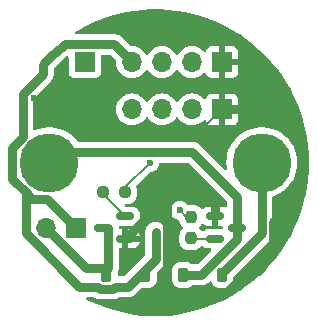
<source format=gbr>
%TF.GenerationSoftware,KiCad,Pcbnew,8.0.7*%
%TF.CreationDate,2024-12-12T10:30:31+01:00*%
%TF.ProjectId,pcb_actionneur_ventouse,7063625f-6163-4746-996f-6e6e6575725f,rev?*%
%TF.SameCoordinates,Original*%
%TF.FileFunction,Copper,L2,Bot*%
%TF.FilePolarity,Positive*%
%FSLAX46Y46*%
G04 Gerber Fmt 4.6, Leading zero omitted, Abs format (unit mm)*
G04 Created by KiCad (PCBNEW 8.0.7) date 2024-12-12 10:30:31*
%MOMM*%
%LPD*%
G01*
G04 APERTURE LIST*
G04 Aperture macros list*
%AMRoundRect*
0 Rectangle with rounded corners*
0 $1 Rounding radius*
0 $2 $3 $4 $5 $6 $7 $8 $9 X,Y pos of 4 corners*
0 Add a 4 corners polygon primitive as box body*
4,1,4,$2,$3,$4,$5,$6,$7,$8,$9,$2,$3,0*
0 Add four circle primitives for the rounded corners*
1,1,$1+$1,$2,$3*
1,1,$1+$1,$4,$5*
1,1,$1+$1,$6,$7*
1,1,$1+$1,$8,$9*
0 Add four rect primitives between the rounded corners*
20,1,$1+$1,$2,$3,$4,$5,0*
20,1,$1+$1,$4,$5,$6,$7,0*
20,1,$1+$1,$6,$7,$8,$9,0*
20,1,$1+$1,$8,$9,$2,$3,0*%
G04 Aperture macros list end*
%TA.AperFunction,SMDPad,CuDef*%
%ADD10RoundRect,0.225000X0.225000X0.375000X-0.225000X0.375000X-0.225000X-0.375000X0.225000X-0.375000X0*%
%TD*%
%TA.AperFunction,ComponentPad*%
%ADD11R,1.700000X1.700000*%
%TD*%
%TA.AperFunction,ComponentPad*%
%ADD12O,1.700000X1.700000*%
%TD*%
%TA.AperFunction,ComponentPad*%
%ADD13C,2.900000*%
%TD*%
%TA.AperFunction,ConnectorPad*%
%ADD14C,5.000000*%
%TD*%
%TA.AperFunction,SMDPad,CuDef*%
%ADD15RoundRect,0.237500X0.250000X0.237500X-0.250000X0.237500X-0.250000X-0.237500X0.250000X-0.237500X0*%
%TD*%
%TA.AperFunction,SMDPad,CuDef*%
%ADD16RoundRect,0.237500X-0.237500X0.250000X-0.237500X-0.250000X0.237500X-0.250000X0.237500X0.250000X0*%
%TD*%
%TA.AperFunction,SMDPad,CuDef*%
%ADD17RoundRect,0.150000X0.587500X0.150000X-0.587500X0.150000X-0.587500X-0.150000X0.587500X-0.150000X0*%
%TD*%
%TA.AperFunction,SMDPad,CuDef*%
%ADD18RoundRect,0.150000X-0.587500X-0.150000X0.587500X-0.150000X0.587500X0.150000X-0.587500X0.150000X0*%
%TD*%
%TA.AperFunction,ViaPad*%
%ADD19C,0.600000*%
%TD*%
%TA.AperFunction,Conductor*%
%ADD20C,0.750000*%
%TD*%
%TA.AperFunction,Conductor*%
%ADD21C,0.200000*%
%TD*%
G04 APERTURE END LIST*
D10*
%TO.P,D5,1,K*%
%TO.N,/Isense*%
X155650000Y-59500000D03*
%TO.P,D5,2,A*%
%TO.N,/VaccumPump-*%
X152350000Y-59500000D03*
%TD*%
%TO.P,D4,1,K*%
%TO.N,+5V*%
X149150000Y-59500000D03*
%TO.P,D4,2,A*%
%TO.N,/Ev-*%
X145850000Y-59500000D03*
%TD*%
D11*
%TO.P,J2,1,Pin_1*%
%TO.N,GND*%
X155620000Y-45500000D03*
D12*
%TO.P,J2,2,Pin_2*%
%TO.N,/Sda*%
X153080000Y-45500000D03*
%TO.P,J2,3,Pin_3*%
%TO.N,/Scl*%
X150540000Y-45500000D03*
%TO.P,J2,4,Pin_4*%
%TO.N,+5V*%
X148000000Y-45500000D03*
%TD*%
D11*
%TO.P,J10,1,Pin_1*%
%TO.N,/Udpi*%
X144000000Y-41500000D03*
%TD*%
%TO.P,J1,1,Pin_1*%
%TO.N,GND*%
X155620000Y-41500000D03*
D12*
%TO.P,J1,2,Pin_2*%
%TO.N,/Sda*%
X153080000Y-41500000D03*
%TO.P,J1,3,Pin_3*%
%TO.N,/Scl*%
X150540000Y-41500000D03*
%TO.P,J1,4,Pin_4*%
%TO.N,+5V*%
X148000000Y-41500000D03*
%TD*%
D13*
%TO.P,J4,1,Pin_1*%
%TO.N,/Isense*%
X159000000Y-50000000D03*
D14*
X159000000Y-50000000D03*
%TD*%
D13*
%TO.P,J5,1,Pin_1*%
%TO.N,/VaccumPump-*%
X141000000Y-50000000D03*
D14*
X141000000Y-50000000D03*
%TD*%
D15*
%TO.P,R5,2*%
%TO.N,Net-(Q2-G)*%
X145587500Y-52500000D03*
%TO.P,R5,1*%
%TO.N,/EVin*%
X147412500Y-52500000D03*
%TD*%
D16*
%TO.P,R4,1*%
%TO.N,/VacuumPumpIn*%
X153000000Y-54587500D03*
%TO.P,R4,2*%
%TO.N,Net-(Q1-G)*%
X153000000Y-56412500D03*
%TD*%
D17*
%TO.P,Q2,1,G*%
%TO.N,Net-(Q2-G)*%
X147437500Y-54550000D03*
%TO.P,Q2,2,S*%
%TO.N,GND*%
X147437500Y-56450000D03*
%TO.P,Q2,3,D*%
%TO.N,/Ev-*%
X145562500Y-55500000D03*
%TD*%
D18*
%TO.P,Q1,1,G*%
%TO.N,Net-(Q1-G)*%
X155062500Y-56450000D03*
%TO.P,Q1,2,S*%
%TO.N,GND*%
X155062500Y-54550000D03*
%TO.P,Q1,3,D*%
%TO.N,/VaccumPump-*%
X156937500Y-55500000D03*
%TD*%
D12*
%TO.P,J3,2,Pin_2*%
%TO.N,/Ev-*%
X140735000Y-55500000D03*
D11*
%TO.P,J3,1,Pin_1*%
%TO.N,+5V*%
X143275000Y-55500000D03*
%TD*%
D19*
%TO.N,GND*%
X139698881Y-44538556D03*
%TO.N,+5V*%
X150000000Y-55900000D03*
%TO.N,GND*%
X149500000Y-52000000D03*
%TO.N,/VacuumPumpIn*%
X152050000Y-54050000D03*
%TO.N,/EVin*%
X149500000Y-50000000D03*
%TD*%
D20*
%TO.N,+5V*%
X142303775Y-40000000D02*
X146500000Y-40000000D01*
X142168756Y-40100943D02*
X142303775Y-40000000D01*
X141135932Y-41014010D02*
X141639870Y-40543366D01*
X141639870Y-40543366D02*
X142168756Y-40100943D01*
X140658436Y-41511485D02*
X141135932Y-41014010D01*
X146500000Y-40000000D02*
X148000000Y-41500000D01*
X140500000Y-42500000D02*
X140500000Y-41695712D01*
X138785325Y-44214675D02*
X140500000Y-42500000D01*
X137849802Y-48801491D02*
X138785325Y-47865968D01*
X137849802Y-51349802D02*
X137849802Y-48801491D01*
X138785325Y-47865968D02*
X138785325Y-44214675D01*
X139000000Y-52500000D02*
X137849802Y-51349802D01*
X140500000Y-41695712D02*
X140658436Y-41511485D01*
D21*
%TO.N,/EVin*%
X147412500Y-52087500D02*
X149500000Y-50000000D01*
X147412500Y-52500000D02*
X147412500Y-52087500D01*
%TO.N,Net-(Q2-G)*%
X147437500Y-54550000D02*
X145587500Y-52700000D01*
X145587500Y-52700000D02*
X145587500Y-52500000D01*
D20*
%TO.N,GND*%
X150887500Y-53000000D02*
X147437500Y-56450000D01*
X150887500Y-52937500D02*
X150887500Y-53000000D01*
%TO.N,+5V*%
X139000000Y-56000000D02*
X139000000Y-52500000D01*
X143500000Y-60500000D02*
X139000000Y-56000000D01*
X145112394Y-60500000D02*
X143500000Y-60500000D01*
X146412606Y-60675000D02*
X145287394Y-60675000D01*
X146587606Y-60500000D02*
X146412606Y-60675000D01*
X150000000Y-58150000D02*
X147650000Y-60500000D01*
X145287394Y-60675000D02*
X145112394Y-60500000D01*
X150000000Y-55900000D02*
X150000000Y-58150000D01*
X147650000Y-60500000D02*
X146587606Y-60500000D01*
%TO.N,/Ev-*%
X144135000Y-58900000D02*
X140735000Y-55500000D01*
X146000000Y-58900000D02*
X144135000Y-58900000D01*
X146000000Y-55500000D02*
X146000000Y-58900000D01*
%TO.N,GND*%
X154000000Y-52000000D02*
X155062500Y-53062500D01*
X155062500Y-53062500D02*
X155062500Y-54550000D01*
X151825000Y-52000000D02*
X154000000Y-52000000D01*
X150887500Y-52937500D02*
X151825000Y-52000000D01*
D21*
%TO.N,/VacuumPumpIn*%
X152587500Y-54587500D02*
X152050000Y-54050000D01*
X153000000Y-54587500D02*
X152587500Y-54587500D01*
%TO.N,Net-(Q1-G)*%
X153037500Y-56450000D02*
X153000000Y-56412500D01*
X155062500Y-56450000D02*
X153037500Y-56450000D01*
%TO.N,/VacuumPumpIn*%
X153000000Y-54587500D02*
X153303052Y-54890552D01*
D20*
%TO.N,/VaccumPump-*%
X141875000Y-49125000D02*
X141000000Y-50000000D01*
X153125000Y-49125000D02*
X141875000Y-49125000D01*
X156937500Y-56452230D02*
X156937500Y-52937500D01*
X153889730Y-59500000D02*
X156937500Y-56452230D01*
X152350000Y-59500000D02*
X153889730Y-59500000D01*
X156937500Y-52937500D02*
X153125000Y-49125000D01*
%TO.N,/Isense*%
X155650000Y-59350000D02*
X159000000Y-56000000D01*
X159000000Y-56000000D02*
X159000000Y-50000000D01*
X155650000Y-59500000D02*
X155650000Y-59350000D01*
%TO.N,GND*%
X151000000Y-53050000D02*
X150887500Y-52937500D01*
X151000000Y-60500000D02*
X151000000Y-53050000D01*
X155955144Y-61044856D02*
X151544856Y-61044856D01*
X151544856Y-61044856D02*
X151000000Y-60500000D01*
X159950000Y-55049999D02*
X159950000Y-57050000D01*
X162336019Y-52663980D02*
X159950000Y-55049999D01*
X162336019Y-48412605D02*
X162336019Y-52663980D01*
X159423414Y-45500000D02*
X162336019Y-48412605D01*
X155620000Y-45500000D02*
X159423414Y-45500000D01*
X159950000Y-57050000D02*
X155955144Y-61044856D01*
%TO.N,+5V*%
X139575000Y-53075000D02*
X139000000Y-52500000D01*
X140850000Y-53075000D02*
X139575000Y-53075000D01*
X143275000Y-55500000D02*
X140850000Y-53075000D01*
D21*
%TO.N,GND*%
X149500000Y-54325000D02*
X149412500Y-54412500D01*
X149500000Y-52000000D02*
X149500000Y-54325000D01*
X146000000Y-47500000D02*
X153620000Y-47500000D01*
X143038556Y-44538556D02*
X146000000Y-47500000D01*
X139698881Y-44538556D02*
X143038556Y-44538556D01*
X153620000Y-47500000D02*
X155620000Y-45500000D01*
%TO.N,/Scl*%
X151087500Y-45000000D02*
X151000000Y-45000000D01*
%TO.N,/VacuumPumpIn*%
X152050000Y-54050000D02*
X152100000Y-54000000D01*
%TD*%
%TA.AperFunction,Conductor*%
%TO.N,GND*%
G36*
X150361600Y-37005623D02*
G01*
X151070102Y-37044713D01*
X151076887Y-37045276D01*
X151782143Y-37123333D01*
X151788863Y-37124264D01*
X152488794Y-37241062D01*
X152495456Y-37242363D01*
X153187875Y-37397538D01*
X153194467Y-37399208D01*
X153877263Y-37592284D01*
X153883769Y-37594319D01*
X154554883Y-37824713D01*
X154561277Y-37827107D01*
X155218680Y-38094121D01*
X155224923Y-38096860D01*
X155866609Y-38399678D01*
X155872700Y-38402760D01*
X156496755Y-38740482D01*
X156502672Y-38743899D01*
X157107144Y-39115466D01*
X157112865Y-39119204D01*
X157695942Y-39523502D01*
X157701448Y-39527548D01*
X158261401Y-39963375D01*
X158266670Y-39967715D01*
X158801749Y-40433716D01*
X158806755Y-40438324D01*
X158975182Y-40602172D01*
X159315362Y-40933105D01*
X159320127Y-40938003D01*
X159800691Y-41460034D01*
X159805179Y-41465187D01*
X160256263Y-42012909D01*
X160260460Y-42018302D01*
X160680676Y-42590026D01*
X160684570Y-42595641D01*
X161072676Y-43189683D01*
X161076236Y-43195475D01*
X161431005Y-43809954D01*
X161434258Y-43815964D01*
X161754650Y-44449076D01*
X161757566Y-44455256D01*
X162042589Y-45105042D01*
X162045160Y-45111373D01*
X162293951Y-45775864D01*
X162296170Y-45782327D01*
X162494424Y-46416181D01*
X162507980Y-46459520D01*
X162509840Y-46466096D01*
X162684027Y-47153947D01*
X162685521Y-47160615D01*
X162821547Y-47856993D01*
X162822672Y-47863733D01*
X162920134Y-48566575D01*
X162920885Y-48573367D01*
X162979476Y-49280470D01*
X162979853Y-49287293D01*
X162999405Y-49996583D01*
X162999405Y-50003417D01*
X162979853Y-50712706D01*
X162979476Y-50719529D01*
X162920885Y-51426632D01*
X162920134Y-51433424D01*
X162822672Y-52136266D01*
X162821547Y-52143006D01*
X162685521Y-52839384D01*
X162684027Y-52846052D01*
X162509840Y-53533903D01*
X162507980Y-53540479D01*
X162296170Y-54217672D01*
X162293951Y-54224135D01*
X162045160Y-54888626D01*
X162042589Y-54894957D01*
X161757566Y-55544743D01*
X161754650Y-55550923D01*
X161434258Y-56184035D01*
X161431005Y-56190045D01*
X161076236Y-56804524D01*
X161072666Y-56810332D01*
X160964092Y-56976518D01*
X160684570Y-57404358D01*
X160680676Y-57409973D01*
X160260460Y-57981697D01*
X160256263Y-57987090D01*
X159805179Y-58534812D01*
X159800691Y-58539965D01*
X159320127Y-59061996D01*
X159315362Y-59066894D01*
X158806766Y-59561665D01*
X158801738Y-59566293D01*
X158266676Y-60032279D01*
X158261401Y-60036624D01*
X157701448Y-60472451D01*
X157695942Y-60476497D01*
X157112865Y-60880795D01*
X157107144Y-60884533D01*
X156502672Y-61256100D01*
X156496755Y-61259517D01*
X155872700Y-61597239D01*
X155866602Y-61600324D01*
X155224930Y-61903136D01*
X155218672Y-61905881D01*
X154561282Y-62172890D01*
X154554883Y-62175286D01*
X153883777Y-62405677D01*
X153877255Y-62407717D01*
X153194483Y-62600787D01*
X153187858Y-62602465D01*
X152495478Y-62757631D01*
X152488772Y-62758941D01*
X151788888Y-62875731D01*
X151782119Y-62876669D01*
X151076899Y-62954722D01*
X151070089Y-62955287D01*
X150361601Y-62994376D01*
X150354770Y-62994564D01*
X149645230Y-62994564D01*
X149638399Y-62994376D01*
X148929910Y-62955287D01*
X148923100Y-62954722D01*
X148217880Y-62876669D01*
X148211111Y-62875731D01*
X147511227Y-62758941D01*
X147504521Y-62757631D01*
X146812141Y-62602465D01*
X146805516Y-62600787D01*
X146122744Y-62407717D01*
X146116222Y-62405677D01*
X145445116Y-62175286D01*
X145438717Y-62172890D01*
X144781327Y-61905881D01*
X144775069Y-61903136D01*
X144157375Y-61611640D01*
X144105148Y-61565228D01*
X144086305Y-61497947D01*
X144106827Y-61431159D01*
X144160200Y-61386069D01*
X144210295Y-61375500D01*
X144722293Y-61375500D01*
X144789332Y-61395185D01*
X144791184Y-61396398D01*
X144872689Y-61450858D01*
X144872691Y-61450859D01*
X144872695Y-61450861D01*
X144986372Y-61497947D01*
X145032020Y-61516855D01*
X145201160Y-61550499D01*
X145201163Y-61550500D01*
X145201165Y-61550500D01*
X146498837Y-61550500D01*
X146498838Y-61550499D01*
X146667980Y-61516855D01*
X146827311Y-61450858D01*
X146908816Y-61396398D01*
X146975493Y-61375520D01*
X146977707Y-61375500D01*
X147736231Y-61375500D01*
X147736232Y-61375499D01*
X147905374Y-61341855D01*
X148064705Y-61275858D01*
X148208099Y-61180045D01*
X148754230Y-60633912D01*
X148815551Y-60600429D01*
X148854515Y-60598238D01*
X148876655Y-60600500D01*
X149423344Y-60600499D01*
X149423352Y-60600498D01*
X149423355Y-60600498D01*
X149477760Y-60594940D01*
X149522708Y-60590349D01*
X149683697Y-60537003D01*
X149828044Y-60447968D01*
X149947968Y-60328044D01*
X150037003Y-60183697D01*
X150090349Y-60022708D01*
X150100500Y-59923345D01*
X150100499Y-59339005D01*
X150120183Y-59271967D01*
X150136818Y-59251325D01*
X150401911Y-58986233D01*
X150680045Y-58708099D01*
X150775858Y-58564705D01*
X150841855Y-58405374D01*
X150875500Y-58236229D01*
X150875500Y-58063771D01*
X150875500Y-55813771D01*
X150875500Y-55813768D01*
X150875499Y-55813766D01*
X150841855Y-55644626D01*
X150792719Y-55526000D01*
X150775861Y-55485301D01*
X150775854Y-55485288D01*
X150680045Y-55341901D01*
X150680042Y-55341897D01*
X150558102Y-55219957D01*
X150558098Y-55219954D01*
X150414711Y-55124145D01*
X150414698Y-55124138D01*
X150255378Y-55058146D01*
X150255366Y-55058143D01*
X150086232Y-55024500D01*
X150086229Y-55024500D01*
X149913771Y-55024500D01*
X149913768Y-55024500D01*
X149744633Y-55058143D01*
X149744621Y-55058146D01*
X149585301Y-55124138D01*
X149585288Y-55124145D01*
X149441901Y-55219954D01*
X149441897Y-55219957D01*
X149319957Y-55341897D01*
X149319954Y-55341901D01*
X149224145Y-55485288D01*
X149224138Y-55485301D01*
X149158146Y-55644621D01*
X149158143Y-55644633D01*
X149124500Y-55813766D01*
X149124500Y-57735994D01*
X149104815Y-57803033D01*
X149088181Y-57823675D01*
X147323675Y-59588181D01*
X147262352Y-59621666D01*
X147235994Y-59624500D01*
X146924500Y-59624500D01*
X146857461Y-59604815D01*
X146811706Y-59552011D01*
X146800500Y-59500501D01*
X146800499Y-59279881D01*
X146809938Y-59232427D01*
X146841855Y-59155374D01*
X146875500Y-58986229D01*
X146875500Y-57374000D01*
X146895185Y-57306961D01*
X146947989Y-57261206D01*
X146999500Y-57250000D01*
X147187500Y-57250000D01*
X147687500Y-57250000D01*
X148090634Y-57250000D01*
X148090649Y-57249999D01*
X148127489Y-57247100D01*
X148127495Y-57247099D01*
X148285193Y-57201283D01*
X148285196Y-57201282D01*
X148426556Y-57117683D01*
X148542678Y-57001561D01*
X148542685Y-57001552D01*
X148626281Y-56860198D01*
X148672100Y-56702486D01*
X148672295Y-56700001D01*
X148672295Y-56700000D01*
X147687500Y-56700000D01*
X147687500Y-57250000D01*
X147187500Y-57250000D01*
X147187500Y-56200000D01*
X147687500Y-56200000D01*
X148672295Y-56200000D01*
X148672295Y-56199998D01*
X148672100Y-56197513D01*
X148626281Y-56039801D01*
X148542685Y-55898447D01*
X148542678Y-55898438D01*
X148426561Y-55782321D01*
X148426552Y-55782314D01*
X148285196Y-55698717D01*
X148285193Y-55698716D01*
X148127495Y-55652900D01*
X148127489Y-55652899D01*
X148090649Y-55650000D01*
X147687500Y-55650000D01*
X147687500Y-56200000D01*
X147187500Y-56200000D01*
X147187500Y-55650000D01*
X146999500Y-55650000D01*
X146932461Y-55630315D01*
X146886706Y-55577511D01*
X146875500Y-55526000D01*
X146875500Y-55474500D01*
X146895185Y-55407461D01*
X146947989Y-55361706D01*
X146999500Y-55350500D01*
X148090686Y-55350500D01*
X148090694Y-55350500D01*
X148127569Y-55347598D01*
X148127571Y-55347597D01*
X148127573Y-55347597D01*
X148169191Y-55335505D01*
X148285398Y-55301744D01*
X148426865Y-55218081D01*
X148543081Y-55101865D01*
X148626744Y-54960398D01*
X148663069Y-54835367D01*
X148672597Y-54802573D01*
X148672598Y-54802567D01*
X148672754Y-54800581D01*
X148675500Y-54765694D01*
X148675500Y-54334306D01*
X148672598Y-54297431D01*
X148672595Y-54297421D01*
X148626745Y-54139606D01*
X148626744Y-54139603D01*
X148626744Y-54139602D01*
X148543081Y-53998135D01*
X148543079Y-53998133D01*
X148543076Y-53998129D01*
X148426870Y-53881923D01*
X148426862Y-53881917D01*
X148348681Y-53835681D01*
X148285398Y-53798256D01*
X148285397Y-53798255D01*
X148285396Y-53798255D01*
X148285393Y-53798254D01*
X148127573Y-53752402D01*
X148127567Y-53752401D01*
X148090701Y-53749500D01*
X148090694Y-53749500D01*
X147537597Y-53749500D01*
X147470558Y-53729815D01*
X147449916Y-53713181D01*
X147423915Y-53687180D01*
X147390430Y-53625857D01*
X147395414Y-53556165D01*
X147437286Y-53500232D01*
X147502750Y-53475815D01*
X147511596Y-53475499D01*
X147711670Y-53475499D01*
X147711676Y-53475499D01*
X147812753Y-53465174D01*
X147976516Y-53410908D01*
X148123350Y-53320340D01*
X148245340Y-53198350D01*
X148335908Y-53051516D01*
X148390174Y-52887753D01*
X148400500Y-52786677D01*
X148400499Y-52213324D01*
X148398196Y-52190782D01*
X148390174Y-52112247D01*
X148390172Y-52112241D01*
X148376105Y-52069787D01*
X148373703Y-51999959D01*
X148406128Y-51943105D01*
X149518535Y-50830698D01*
X149579856Y-50797215D01*
X149592311Y-50795163D01*
X149679255Y-50785368D01*
X149849522Y-50725789D01*
X150002262Y-50629816D01*
X150129816Y-50502262D01*
X150225789Y-50349522D01*
X150285368Y-50179255D01*
X150293102Y-50110617D01*
X150320168Y-50046203D01*
X150377763Y-50006648D01*
X150416322Y-50000500D01*
X152710994Y-50000500D01*
X152778033Y-50020185D01*
X152798675Y-50036819D01*
X156025681Y-53263825D01*
X156059166Y-53325148D01*
X156062000Y-53351506D01*
X156062000Y-53677667D01*
X156042315Y-53744706D01*
X155989511Y-53790461D01*
X155920353Y-53800405D01*
X155903406Y-53796744D01*
X155752489Y-53752899D01*
X155715649Y-53750000D01*
X155312500Y-53750000D01*
X155312500Y-55350000D01*
X155575500Y-55350000D01*
X155642539Y-55369685D01*
X155688294Y-55422489D01*
X155699500Y-55474000D01*
X155699500Y-55525500D01*
X155679815Y-55592539D01*
X155627011Y-55638294D01*
X155575500Y-55649500D01*
X154409298Y-55649500D01*
X154372432Y-55652401D01*
X154372426Y-55652402D01*
X154214606Y-55698254D01*
X154214603Y-55698255D01*
X154073137Y-55781917D01*
X154073127Y-55781924D01*
X154058291Y-55796761D01*
X153996967Y-55830245D01*
X153927276Y-55825259D01*
X153871343Y-55783386D01*
X153865081Y-55774187D01*
X153820340Y-55701650D01*
X153706371Y-55587681D01*
X153672886Y-55526358D01*
X153677870Y-55456666D01*
X153706371Y-55412319D01*
X153756984Y-55361706D01*
X153820340Y-55298350D01*
X153865343Y-55225387D01*
X153917291Y-55178663D01*
X153986253Y-55167440D01*
X154050336Y-55195283D01*
X154058563Y-55202803D01*
X154073438Y-55217678D01*
X154073447Y-55217685D01*
X154214803Y-55301282D01*
X154214806Y-55301283D01*
X154372504Y-55347099D01*
X154372510Y-55347100D01*
X154409350Y-55349999D01*
X154409366Y-55350000D01*
X154812500Y-55350000D01*
X154812500Y-53750000D01*
X154409350Y-53750000D01*
X154372510Y-53752899D01*
X154372504Y-53752900D01*
X154214806Y-53798716D01*
X154214803Y-53798717D01*
X154073447Y-53882314D01*
X154073438Y-53882321D01*
X154029951Y-53925809D01*
X153968628Y-53959294D01*
X153898936Y-53954310D01*
X153843003Y-53912438D01*
X153836737Y-53903234D01*
X153820340Y-53876650D01*
X153698350Y-53754660D01*
X153551516Y-53664092D01*
X153387753Y-53609826D01*
X153387751Y-53609825D01*
X153286684Y-53599500D01*
X152780810Y-53599500D01*
X152713771Y-53579815D01*
X152683865Y-53552815D01*
X152679816Y-53547738D01*
X152552262Y-53420184D01*
X152399523Y-53324211D01*
X152229254Y-53264631D01*
X152229249Y-53264630D01*
X152050004Y-53244435D01*
X152049996Y-53244435D01*
X151870750Y-53264630D01*
X151870745Y-53264631D01*
X151700476Y-53324211D01*
X151547737Y-53420184D01*
X151420184Y-53547737D01*
X151324211Y-53700476D01*
X151264631Y-53870745D01*
X151264630Y-53870750D01*
X151244435Y-54049996D01*
X151244435Y-54050003D01*
X151264630Y-54229249D01*
X151264631Y-54229254D01*
X151324211Y-54399523D01*
X151329330Y-54407669D01*
X151420184Y-54552262D01*
X151547738Y-54679816D01*
X151700478Y-54775789D01*
X151870745Y-54835368D01*
X151921670Y-54841105D01*
X151986082Y-54868169D01*
X152025639Y-54925763D01*
X152031145Y-54951722D01*
X152034826Y-54987753D01*
X152089092Y-55151516D01*
X152179659Y-55298349D01*
X152179661Y-55298351D01*
X152293629Y-55412319D01*
X152327114Y-55473642D01*
X152322130Y-55543334D01*
X152293629Y-55587681D01*
X152179661Y-55701648D01*
X152089093Y-55848481D01*
X152089092Y-55848484D01*
X152034826Y-56012247D01*
X152034826Y-56012248D01*
X152034825Y-56012248D01*
X152024500Y-56113315D01*
X152024500Y-56711669D01*
X152024501Y-56711687D01*
X152034825Y-56812752D01*
X152071109Y-56922249D01*
X152089092Y-56976516D01*
X152179660Y-57123350D01*
X152301650Y-57245340D01*
X152448484Y-57335908D01*
X152612247Y-57390174D01*
X152713323Y-57400500D01*
X153286676Y-57400499D01*
X153286684Y-57400498D01*
X153286687Y-57400498D01*
X153368438Y-57392147D01*
X153387753Y-57390174D01*
X153551516Y-57335908D01*
X153698350Y-57245340D01*
X153820340Y-57123350D01*
X153828942Y-57109404D01*
X153880890Y-57062679D01*
X153934481Y-57050500D01*
X153954192Y-57050500D01*
X154021231Y-57070185D01*
X154041874Y-57086820D01*
X154073129Y-57118076D01*
X154073133Y-57118079D01*
X154073135Y-57118081D01*
X154214602Y-57201744D01*
X154256224Y-57213836D01*
X154372426Y-57247597D01*
X154372429Y-57247597D01*
X154372431Y-57247598D01*
X154409306Y-57250500D01*
X154601724Y-57250500D01*
X154668763Y-57270185D01*
X154714518Y-57322989D01*
X154724462Y-57392147D01*
X154695437Y-57455703D01*
X154689405Y-57462181D01*
X153563405Y-58588181D01*
X153502082Y-58621666D01*
X153475724Y-58624500D01*
X153151874Y-58624500D01*
X153084835Y-58604815D01*
X153064193Y-58588181D01*
X153028044Y-58552032D01*
X153028040Y-58552029D01*
X152883705Y-58463001D01*
X152883699Y-58462998D01*
X152883697Y-58462997D01*
X152883694Y-58462996D01*
X152722709Y-58409651D01*
X152623346Y-58399500D01*
X152076662Y-58399500D01*
X152076644Y-58399501D01*
X151977292Y-58409650D01*
X151977289Y-58409651D01*
X151816305Y-58462996D01*
X151816294Y-58463001D01*
X151671959Y-58552029D01*
X151671955Y-58552032D01*
X151552032Y-58671955D01*
X151552029Y-58671959D01*
X151463001Y-58816294D01*
X151462996Y-58816305D01*
X151409651Y-58977290D01*
X151399500Y-59076647D01*
X151399500Y-59923337D01*
X151399501Y-59923355D01*
X151409650Y-60022707D01*
X151409651Y-60022710D01*
X151462996Y-60183694D01*
X151463001Y-60183705D01*
X151552029Y-60328040D01*
X151552032Y-60328044D01*
X151671955Y-60447967D01*
X151671959Y-60447970D01*
X151816294Y-60536998D01*
X151816297Y-60536999D01*
X151816303Y-60537003D01*
X151977292Y-60590349D01*
X152076655Y-60600500D01*
X152623344Y-60600499D01*
X152623352Y-60600498D01*
X152623355Y-60600498D01*
X152677760Y-60594940D01*
X152722708Y-60590349D01*
X152883697Y-60537003D01*
X153028044Y-60447968D01*
X153064193Y-60411819D01*
X153125516Y-60378334D01*
X153151874Y-60375500D01*
X153975961Y-60375500D01*
X153975962Y-60375499D01*
X154145104Y-60341855D01*
X154304435Y-60275858D01*
X154447829Y-60180045D01*
X154541493Y-60086380D01*
X154602815Y-60052896D01*
X154672507Y-60057880D01*
X154728441Y-60099751D01*
X154746880Y-60135058D01*
X154762996Y-60183694D01*
X154763001Y-60183705D01*
X154852029Y-60328040D01*
X154852032Y-60328044D01*
X154971955Y-60447967D01*
X154971959Y-60447970D01*
X155116294Y-60536998D01*
X155116297Y-60536999D01*
X155116303Y-60537003D01*
X155277292Y-60590349D01*
X155376655Y-60600500D01*
X155923344Y-60600499D01*
X155923352Y-60600498D01*
X155923355Y-60600498D01*
X155977760Y-60594940D01*
X156022708Y-60590349D01*
X156183697Y-60537003D01*
X156328044Y-60447968D01*
X156447968Y-60328044D01*
X156537003Y-60183697D01*
X156590349Y-60022708D01*
X156600500Y-59923345D01*
X156600499Y-59689005D01*
X156620183Y-59621966D01*
X156636813Y-59601329D01*
X159680045Y-56558099D01*
X159775858Y-56414705D01*
X159841855Y-56255374D01*
X159875500Y-56086229D01*
X159875500Y-55913771D01*
X159875500Y-52961234D01*
X159895185Y-52894195D01*
X159947989Y-52848440D01*
X159957070Y-52844719D01*
X160190451Y-52759777D01*
X160502793Y-52602913D01*
X160794811Y-52410849D01*
X161062558Y-52186183D01*
X161302412Y-51931953D01*
X161511130Y-51651596D01*
X161685889Y-51348904D01*
X161824326Y-51027971D01*
X161924569Y-50693136D01*
X161985262Y-50348927D01*
X162005585Y-50000000D01*
X161985262Y-49651073D01*
X161985260Y-49651061D01*
X161924571Y-49306872D01*
X161924569Y-49306865D01*
X161824325Y-48972027D01*
X161685892Y-48651104D01*
X161685889Y-48651096D01*
X161511130Y-48348404D01*
X161511129Y-48348402D01*
X161302415Y-48068050D01*
X161302410Y-48068044D01*
X161109650Y-47863732D01*
X161062558Y-47813817D01*
X160914488Y-47689572D01*
X160794813Y-47589152D01*
X160794805Y-47589146D01*
X160502796Y-47397088D01*
X160190458Y-47240226D01*
X160190452Y-47240223D01*
X159862012Y-47120681D01*
X159862009Y-47120680D01*
X159521915Y-47040077D01*
X159478519Y-47035004D01*
X159174759Y-46999500D01*
X158825241Y-46999500D01*
X158521480Y-47035004D01*
X158478085Y-47040077D01*
X158478083Y-47040077D01*
X158137990Y-47120680D01*
X158137987Y-47120681D01*
X157809547Y-47240223D01*
X157809541Y-47240226D01*
X157497203Y-47397088D01*
X157205194Y-47589146D01*
X157205186Y-47589152D01*
X156937442Y-47813817D01*
X156937440Y-47813819D01*
X156697589Y-48068044D01*
X156697584Y-48068050D01*
X156488870Y-48348402D01*
X156314113Y-48651091D01*
X156314107Y-48651104D01*
X156175674Y-48972027D01*
X156075430Y-49306865D01*
X156075428Y-49306872D01*
X156014739Y-49651061D01*
X156014738Y-49651072D01*
X155994415Y-49999996D01*
X155994415Y-50000003D01*
X156014738Y-50348927D01*
X156014739Y-50348938D01*
X156037997Y-50480843D01*
X156030253Y-50550282D01*
X155986196Y-50604511D01*
X155919815Y-50626313D01*
X155852184Y-50608765D01*
X155828200Y-50590056D01*
X153683102Y-48444957D01*
X153683098Y-48444954D01*
X153539711Y-48349145D01*
X153539698Y-48349138D01*
X153380378Y-48283146D01*
X153380366Y-48283143D01*
X153211232Y-48249500D01*
X153211229Y-48249500D01*
X143499774Y-48249500D01*
X143432735Y-48229815D01*
X143400311Y-48199547D01*
X143302421Y-48068058D01*
X143302410Y-48068044D01*
X143109650Y-47863732D01*
X143062558Y-47813817D01*
X142914488Y-47689572D01*
X142794813Y-47589152D01*
X142794805Y-47589146D01*
X142502796Y-47397088D01*
X142190458Y-47240226D01*
X142190452Y-47240223D01*
X141862012Y-47120681D01*
X141862009Y-47120680D01*
X141521915Y-47040077D01*
X141478519Y-47035004D01*
X141174759Y-46999500D01*
X140825241Y-46999500D01*
X140521480Y-47035004D01*
X140478085Y-47040077D01*
X140478083Y-47040077D01*
X140137990Y-47120680D01*
X140137987Y-47120681D01*
X139827235Y-47233785D01*
X139757506Y-47238216D01*
X139696451Y-47204246D01*
X139663453Y-47142659D01*
X139660825Y-47117263D01*
X139660825Y-45499999D01*
X146644341Y-45499999D01*
X146644341Y-45500000D01*
X146664936Y-45735403D01*
X146664938Y-45735413D01*
X146726094Y-45963655D01*
X146726096Y-45963659D01*
X146726097Y-45963663D01*
X146806004Y-46135023D01*
X146825965Y-46177830D01*
X146825967Y-46177834D01*
X146922101Y-46315127D01*
X146961505Y-46371401D01*
X147128599Y-46538495D01*
X147205135Y-46592086D01*
X147322165Y-46674032D01*
X147322167Y-46674033D01*
X147322170Y-46674035D01*
X147536337Y-46773903D01*
X147764592Y-46835063D01*
X147935319Y-46850000D01*
X147999999Y-46855659D01*
X148000000Y-46855659D01*
X148000001Y-46855659D01*
X148064681Y-46850000D01*
X148235408Y-46835063D01*
X148463663Y-46773903D01*
X148677830Y-46674035D01*
X148871401Y-46538495D01*
X149038495Y-46371401D01*
X149168425Y-46185842D01*
X149223002Y-46142217D01*
X149292500Y-46135023D01*
X149354855Y-46166546D01*
X149371575Y-46185842D01*
X149501500Y-46371395D01*
X149501505Y-46371401D01*
X149668599Y-46538495D01*
X149745135Y-46592086D01*
X149862165Y-46674032D01*
X149862167Y-46674033D01*
X149862170Y-46674035D01*
X150076337Y-46773903D01*
X150304592Y-46835063D01*
X150475319Y-46850000D01*
X150539999Y-46855659D01*
X150540000Y-46855659D01*
X150540001Y-46855659D01*
X150604681Y-46850000D01*
X150775408Y-46835063D01*
X151003663Y-46773903D01*
X151217830Y-46674035D01*
X151411401Y-46538495D01*
X151578495Y-46371401D01*
X151708425Y-46185842D01*
X151763002Y-46142217D01*
X151832500Y-46135023D01*
X151894855Y-46166546D01*
X151911575Y-46185842D01*
X152041500Y-46371395D01*
X152041505Y-46371401D01*
X152208599Y-46538495D01*
X152285135Y-46592086D01*
X152402165Y-46674032D01*
X152402167Y-46674033D01*
X152402170Y-46674035D01*
X152616337Y-46773903D01*
X152844592Y-46835063D01*
X153015319Y-46850000D01*
X153079999Y-46855659D01*
X153080000Y-46855659D01*
X153080001Y-46855659D01*
X153144681Y-46850000D01*
X153315408Y-46835063D01*
X153543663Y-46773903D01*
X153757830Y-46674035D01*
X153951401Y-46538495D01*
X154073717Y-46416178D01*
X154135036Y-46382696D01*
X154204728Y-46387680D01*
X154260662Y-46429551D01*
X154277577Y-46460528D01*
X154326646Y-46592088D01*
X154326649Y-46592093D01*
X154412809Y-46707187D01*
X154412812Y-46707190D01*
X154527906Y-46793350D01*
X154527913Y-46793354D01*
X154662620Y-46843596D01*
X154662627Y-46843598D01*
X154722155Y-46849999D01*
X154722172Y-46850000D01*
X155370000Y-46850000D01*
X155370000Y-45933012D01*
X155427007Y-45965925D01*
X155554174Y-46000000D01*
X155685826Y-46000000D01*
X155812993Y-45965925D01*
X155870000Y-45933012D01*
X155870000Y-46850000D01*
X156517828Y-46850000D01*
X156517844Y-46849999D01*
X156577372Y-46843598D01*
X156577379Y-46843596D01*
X156712086Y-46793354D01*
X156712093Y-46793350D01*
X156827187Y-46707190D01*
X156827190Y-46707187D01*
X156913350Y-46592093D01*
X156913354Y-46592086D01*
X156963596Y-46457379D01*
X156963598Y-46457372D01*
X156969999Y-46397844D01*
X156970000Y-46397827D01*
X156970000Y-45750000D01*
X156053012Y-45750000D01*
X156085925Y-45692993D01*
X156120000Y-45565826D01*
X156120000Y-45434174D01*
X156085925Y-45307007D01*
X156053012Y-45250000D01*
X156970000Y-45250000D01*
X156970000Y-44602172D01*
X156969999Y-44602155D01*
X156963598Y-44542627D01*
X156963596Y-44542620D01*
X156913354Y-44407913D01*
X156913350Y-44407906D01*
X156827190Y-44292812D01*
X156827187Y-44292809D01*
X156712093Y-44206649D01*
X156712086Y-44206645D01*
X156577379Y-44156403D01*
X156577372Y-44156401D01*
X156517844Y-44150000D01*
X155870000Y-44150000D01*
X155870000Y-45066988D01*
X155812993Y-45034075D01*
X155685826Y-45000000D01*
X155554174Y-45000000D01*
X155427007Y-45034075D01*
X155370000Y-45066988D01*
X155370000Y-44150000D01*
X154722155Y-44150000D01*
X154662627Y-44156401D01*
X154662620Y-44156403D01*
X154527913Y-44206645D01*
X154527906Y-44206649D01*
X154412812Y-44292809D01*
X154412809Y-44292812D01*
X154326649Y-44407906D01*
X154326645Y-44407913D01*
X154277578Y-44539470D01*
X154235707Y-44595404D01*
X154170242Y-44619821D01*
X154101969Y-44604969D01*
X154073715Y-44583819D01*
X154029366Y-44539470D01*
X153951401Y-44461505D01*
X153951397Y-44461502D01*
X153951396Y-44461501D01*
X153757834Y-44325967D01*
X153757830Y-44325965D01*
X153686727Y-44292809D01*
X153543663Y-44226097D01*
X153543659Y-44226096D01*
X153543655Y-44226094D01*
X153315413Y-44164938D01*
X153315403Y-44164936D01*
X153080001Y-44144341D01*
X153079999Y-44144341D01*
X152844596Y-44164936D01*
X152844586Y-44164938D01*
X152616344Y-44226094D01*
X152616335Y-44226098D01*
X152402171Y-44325964D01*
X152402169Y-44325965D01*
X152208597Y-44461505D01*
X152041505Y-44628597D01*
X151911575Y-44814158D01*
X151856998Y-44857783D01*
X151787500Y-44864977D01*
X151725145Y-44833454D01*
X151708425Y-44814158D01*
X151578494Y-44628597D01*
X151411402Y-44461506D01*
X151411395Y-44461501D01*
X151402476Y-44455256D01*
X151334854Y-44407906D01*
X151217834Y-44325967D01*
X151217830Y-44325965D01*
X151146727Y-44292809D01*
X151003663Y-44226097D01*
X151003659Y-44226096D01*
X151003655Y-44226094D01*
X150775413Y-44164938D01*
X150775403Y-44164936D01*
X150540001Y-44144341D01*
X150539999Y-44144341D01*
X150304596Y-44164936D01*
X150304586Y-44164938D01*
X150076344Y-44226094D01*
X150076335Y-44226098D01*
X149862171Y-44325964D01*
X149862169Y-44325965D01*
X149668597Y-44461505D01*
X149501505Y-44628597D01*
X149371575Y-44814158D01*
X149316998Y-44857783D01*
X149247500Y-44864977D01*
X149185145Y-44833454D01*
X149168425Y-44814158D01*
X149038494Y-44628597D01*
X148871402Y-44461506D01*
X148871395Y-44461501D01*
X148862476Y-44455256D01*
X148794854Y-44407906D01*
X148677834Y-44325967D01*
X148677830Y-44325965D01*
X148606727Y-44292809D01*
X148463663Y-44226097D01*
X148463659Y-44226096D01*
X148463655Y-44226094D01*
X148235413Y-44164938D01*
X148235403Y-44164936D01*
X148000001Y-44144341D01*
X147999999Y-44144341D01*
X147764596Y-44164936D01*
X147764586Y-44164938D01*
X147536344Y-44226094D01*
X147536335Y-44226098D01*
X147322171Y-44325964D01*
X147322169Y-44325965D01*
X147128597Y-44461505D01*
X146961505Y-44628597D01*
X146825965Y-44822169D01*
X146825964Y-44822171D01*
X146726098Y-45036335D01*
X146726094Y-45036344D01*
X146664938Y-45264586D01*
X146664936Y-45264596D01*
X146644341Y-45499999D01*
X139660825Y-45499999D01*
X139660825Y-44628681D01*
X139680510Y-44561642D01*
X139697144Y-44541000D01*
X141180042Y-43058102D01*
X141180045Y-43058099D01*
X141275858Y-42914705D01*
X141286131Y-42889905D01*
X141300316Y-42855659D01*
X141341855Y-42755374D01*
X141375500Y-42586229D01*
X141375500Y-42078608D01*
X141395185Y-42011569D01*
X141410037Y-41992746D01*
X141748661Y-41639953D01*
X141753434Y-41635244D01*
X142217505Y-41201833D01*
X142222550Y-41197374D01*
X142445941Y-41010505D01*
X142509989Y-40982590D01*
X142578965Y-40993734D01*
X142630965Y-41040400D01*
X142649500Y-41105616D01*
X142649500Y-42397870D01*
X142649501Y-42397876D01*
X142655908Y-42457483D01*
X142706202Y-42592328D01*
X142706206Y-42592335D01*
X142792452Y-42707544D01*
X142792455Y-42707547D01*
X142907664Y-42793793D01*
X142907671Y-42793797D01*
X143042517Y-42844091D01*
X143042516Y-42844091D01*
X143049444Y-42844835D01*
X143102127Y-42850500D01*
X144897872Y-42850499D01*
X144957483Y-42844091D01*
X145092331Y-42793796D01*
X145207546Y-42707546D01*
X145293796Y-42592331D01*
X145344091Y-42457483D01*
X145350500Y-42397873D01*
X145350499Y-40999499D01*
X145370184Y-40932461D01*
X145422987Y-40886706D01*
X145474499Y-40875500D01*
X146085994Y-40875500D01*
X146153033Y-40895185D01*
X146173675Y-40911819D01*
X146612908Y-41351052D01*
X146646393Y-41412375D01*
X146648755Y-41449539D01*
X146644341Y-41499996D01*
X146644341Y-41500000D01*
X146664936Y-41735403D01*
X146664938Y-41735413D01*
X146726094Y-41963655D01*
X146726096Y-41963659D01*
X146726097Y-41963663D01*
X146748436Y-42011569D01*
X146825965Y-42177830D01*
X146825967Y-42177834D01*
X146881946Y-42257779D01*
X146961505Y-42371401D01*
X147128599Y-42538495D01*
X147206126Y-42592780D01*
X147322165Y-42674032D01*
X147322167Y-42674033D01*
X147322170Y-42674035D01*
X147536337Y-42773903D01*
X147764592Y-42835063D01*
X147941034Y-42850500D01*
X147999999Y-42855659D01*
X148000000Y-42855659D01*
X148000001Y-42855659D01*
X148058966Y-42850500D01*
X148235408Y-42835063D01*
X148463663Y-42773903D01*
X148677830Y-42674035D01*
X148871401Y-42538495D01*
X149038495Y-42371401D01*
X149168425Y-42185842D01*
X149223002Y-42142217D01*
X149292500Y-42135023D01*
X149354855Y-42166546D01*
X149371575Y-42185842D01*
X149501500Y-42371395D01*
X149501505Y-42371401D01*
X149668599Y-42538495D01*
X149746126Y-42592780D01*
X149862165Y-42674032D01*
X149862167Y-42674033D01*
X149862170Y-42674035D01*
X150076337Y-42773903D01*
X150304592Y-42835063D01*
X150481034Y-42850500D01*
X150539999Y-42855659D01*
X150540000Y-42855659D01*
X150540001Y-42855659D01*
X150598966Y-42850500D01*
X150775408Y-42835063D01*
X151003663Y-42773903D01*
X151217830Y-42674035D01*
X151411401Y-42538495D01*
X151578495Y-42371401D01*
X151708425Y-42185842D01*
X151763002Y-42142217D01*
X151832500Y-42135023D01*
X151894855Y-42166546D01*
X151911575Y-42185842D01*
X152041500Y-42371395D01*
X152041505Y-42371401D01*
X152208599Y-42538495D01*
X152286126Y-42592780D01*
X152402165Y-42674032D01*
X152402167Y-42674033D01*
X152402170Y-42674035D01*
X152616337Y-42773903D01*
X152844592Y-42835063D01*
X153021034Y-42850500D01*
X153079999Y-42855659D01*
X153080000Y-42855659D01*
X153080001Y-42855659D01*
X153138966Y-42850500D01*
X153315408Y-42835063D01*
X153543663Y-42773903D01*
X153757830Y-42674035D01*
X153951401Y-42538495D01*
X154073717Y-42416178D01*
X154135036Y-42382696D01*
X154204728Y-42387680D01*
X154260662Y-42429551D01*
X154277577Y-42460528D01*
X154326646Y-42592088D01*
X154326649Y-42592093D01*
X154412809Y-42707187D01*
X154412812Y-42707190D01*
X154527906Y-42793350D01*
X154527913Y-42793354D01*
X154662620Y-42843596D01*
X154662627Y-42843598D01*
X154722155Y-42849999D01*
X154722172Y-42850000D01*
X155370000Y-42850000D01*
X155370000Y-41933012D01*
X155427007Y-41965925D01*
X155554174Y-42000000D01*
X155685826Y-42000000D01*
X155812993Y-41965925D01*
X155870000Y-41933012D01*
X155870000Y-42850000D01*
X156517828Y-42850000D01*
X156517844Y-42849999D01*
X156577372Y-42843598D01*
X156577379Y-42843596D01*
X156712086Y-42793354D01*
X156712093Y-42793350D01*
X156827187Y-42707190D01*
X156827190Y-42707187D01*
X156913350Y-42592093D01*
X156913354Y-42592086D01*
X156963596Y-42457379D01*
X156963598Y-42457372D01*
X156969999Y-42397844D01*
X156970000Y-42397827D01*
X156970000Y-41750000D01*
X156053012Y-41750000D01*
X156085925Y-41692993D01*
X156120000Y-41565826D01*
X156120000Y-41434174D01*
X156085925Y-41307007D01*
X156053012Y-41250000D01*
X156970000Y-41250000D01*
X156970000Y-40602172D01*
X156969999Y-40602155D01*
X156963598Y-40542627D01*
X156963596Y-40542620D01*
X156913354Y-40407913D01*
X156913350Y-40407906D01*
X156827190Y-40292812D01*
X156827187Y-40292809D01*
X156712093Y-40206649D01*
X156712086Y-40206645D01*
X156577379Y-40156403D01*
X156577372Y-40156401D01*
X156517844Y-40150000D01*
X155870000Y-40150000D01*
X155870000Y-41066988D01*
X155812993Y-41034075D01*
X155685826Y-41000000D01*
X155554174Y-41000000D01*
X155427007Y-41034075D01*
X155370000Y-41066988D01*
X155370000Y-40150000D01*
X154722155Y-40150000D01*
X154662627Y-40156401D01*
X154662620Y-40156403D01*
X154527913Y-40206645D01*
X154527906Y-40206649D01*
X154412812Y-40292809D01*
X154412809Y-40292812D01*
X154326649Y-40407906D01*
X154326645Y-40407913D01*
X154277578Y-40539470D01*
X154235707Y-40595404D01*
X154170242Y-40619821D01*
X154101969Y-40604969D01*
X154073715Y-40583819D01*
X154029366Y-40539470D01*
X153951401Y-40461505D01*
X153951397Y-40461502D01*
X153951396Y-40461501D01*
X153757834Y-40325967D01*
X153757830Y-40325965D01*
X153686727Y-40292809D01*
X153543663Y-40226097D01*
X153543659Y-40226096D01*
X153543655Y-40226094D01*
X153315413Y-40164938D01*
X153315403Y-40164936D01*
X153080001Y-40144341D01*
X153079999Y-40144341D01*
X152844596Y-40164936D01*
X152844586Y-40164938D01*
X152616344Y-40226094D01*
X152616335Y-40226098D01*
X152402171Y-40325964D01*
X152402169Y-40325965D01*
X152208597Y-40461505D01*
X152041505Y-40628597D01*
X151911575Y-40814158D01*
X151856998Y-40857783D01*
X151787500Y-40864977D01*
X151725145Y-40833454D01*
X151708425Y-40814158D01*
X151578494Y-40628597D01*
X151411402Y-40461506D01*
X151411395Y-40461501D01*
X151217834Y-40325967D01*
X151217830Y-40325965D01*
X151146727Y-40292809D01*
X151003663Y-40226097D01*
X151003659Y-40226096D01*
X151003655Y-40226094D01*
X150775413Y-40164938D01*
X150775403Y-40164936D01*
X150540001Y-40144341D01*
X150539999Y-40144341D01*
X150304596Y-40164936D01*
X150304586Y-40164938D01*
X150076344Y-40226094D01*
X150076335Y-40226098D01*
X149862171Y-40325964D01*
X149862169Y-40325965D01*
X149668597Y-40461505D01*
X149501505Y-40628597D01*
X149371575Y-40814158D01*
X149316998Y-40857783D01*
X149247500Y-40864977D01*
X149185145Y-40833454D01*
X149168425Y-40814158D01*
X149038494Y-40628597D01*
X148871402Y-40461506D01*
X148871395Y-40461501D01*
X148677834Y-40325967D01*
X148677830Y-40325965D01*
X148606727Y-40292809D01*
X148463663Y-40226097D01*
X148463659Y-40226096D01*
X148463655Y-40226094D01*
X148235413Y-40164938D01*
X148235403Y-40164936D01*
X148000001Y-40144341D01*
X147999996Y-40144341D01*
X147949539Y-40148755D01*
X147881039Y-40134988D01*
X147851052Y-40112908D01*
X147058102Y-39319957D01*
X147058098Y-39319954D01*
X146914711Y-39224145D01*
X146914698Y-39224138D01*
X146755378Y-39158146D01*
X146755366Y-39158143D01*
X146586232Y-39124500D01*
X146586229Y-39124500D01*
X143316674Y-39124500D01*
X143249635Y-39104815D01*
X143203880Y-39052011D01*
X143193936Y-38982853D01*
X143222961Y-38919297D01*
X143251736Y-38894863D01*
X143497362Y-38743877D01*
X143503223Y-38740493D01*
X144127319Y-38402749D01*
X144133375Y-38399685D01*
X144775089Y-38096854D01*
X144781306Y-38094127D01*
X145438734Y-37827102D01*
X145445100Y-37824718D01*
X146116240Y-37594316D01*
X146122726Y-37592287D01*
X146805541Y-37399205D01*
X146812115Y-37397540D01*
X147504550Y-37242362D01*
X147511198Y-37241063D01*
X148211141Y-37124263D01*
X148217851Y-37123333D01*
X148923115Y-37045275D01*
X148929894Y-37044713D01*
X149638399Y-37005623D01*
X149645230Y-37005436D01*
X150354770Y-37005436D01*
X150361600Y-37005623D01*
G37*
%TD.AperFunction*%
%TD*%
M02*

</source>
